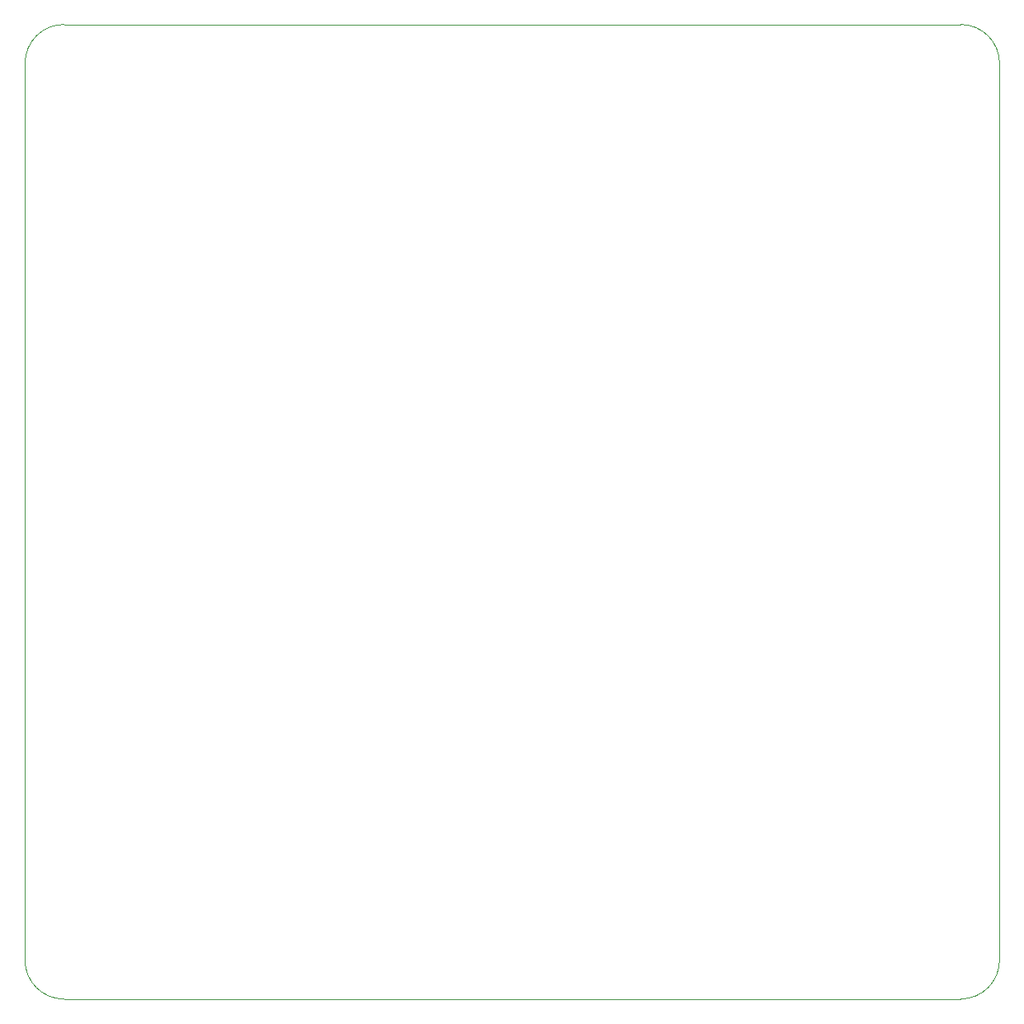
<source format=gbr>
G04 #@! TF.GenerationSoftware,KiCad,Pcbnew,(5.1.2)-2*
G04 #@! TF.CreationDate,2020-03-29T17:12:38-06:00*
G04 #@! TF.ProjectId,RC31,52433331-2e6b-4696-9361-645f70636258,rev?*
G04 #@! TF.SameCoordinates,Original*
G04 #@! TF.FileFunction,Profile,NP*
%FSLAX46Y46*%
G04 Gerber Fmt 4.6, Leading zero omitted, Abs format (unit mm)*
G04 Created by KiCad (PCBNEW (5.1.2)-2) date 2020-03-29 17:12:38*
%MOMM*%
%LPD*%
G04 APERTURE LIST*
%ADD10C,0.120000*%
%ADD11C,0.050000*%
G04 APERTURE END LIST*
D10*
X146000000Y-150000000D02*
G75*
G03X150000000Y-146000000I0J4000000D01*
G01*
X50000000Y-146000000D02*
G75*
G03X54000000Y-150000000I4000000J0D01*
G01*
X54000000Y-50000000D02*
G75*
G03X50000000Y-54000000I0J-4000000D01*
G01*
X150000000Y-54000000D02*
G75*
G03X146000000Y-50000000I-4000000J0D01*
G01*
D11*
X54000000Y-50000000D02*
X146000000Y-50000000D01*
X50000000Y-54000000D02*
X50000000Y-146000000D01*
X54000000Y-150000000D02*
X146000000Y-150000000D01*
X150000000Y-54000000D02*
X150000000Y-146000000D01*
M02*

</source>
